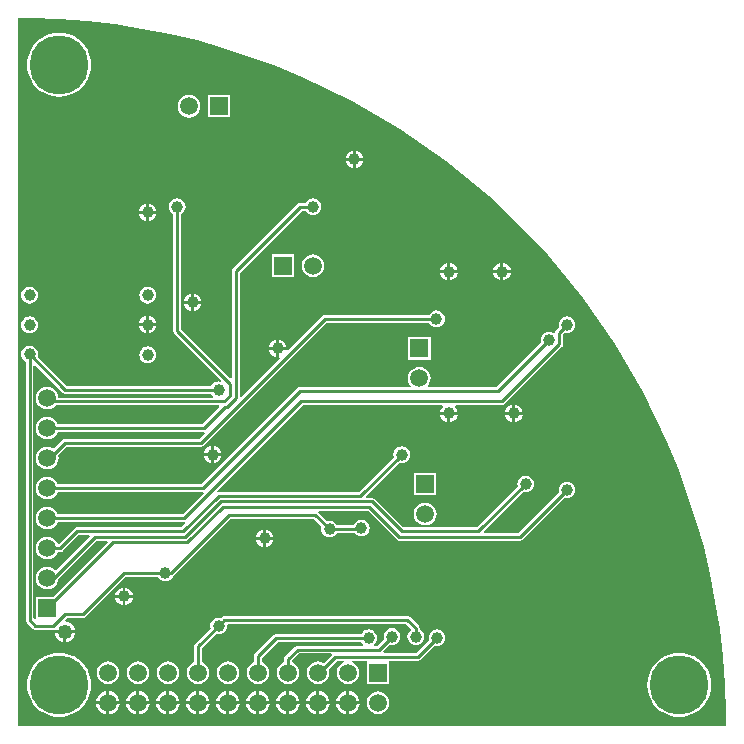
<source format=gbl>
G04 Layer_Physical_Order=2*
G04 Layer_Color=16711680*
%FSLAX25Y25*%
%MOIN*%
G70*
G01*
G75*
%ADD24C,0.00984*%
%ADD26C,0.05906*%
%ADD27R,0.05906X0.05906*%
%ADD28R,0.05906X0.05906*%
%ADD29C,0.03937*%
%ADD30C,0.04921*%
%ADD31C,0.19685*%
G36*
X13909Y235856D02*
X23158Y235128D01*
X32371Y234038D01*
X41535Y232587D01*
X50634Y230777D01*
X59655Y228611D01*
X68584Y226093D01*
X77408Y223226D01*
X86112Y220014D01*
X94683Y216464D01*
X103109Y212580D01*
X111375Y208368D01*
X119470Y203835D01*
X127380Y198987D01*
X135094Y193833D01*
X142600Y188380D01*
X149886Y182636D01*
X156940Y176611D01*
X163753Y170313D01*
X170313Y163753D01*
X176611Y156940D01*
X182636Y149886D01*
X188380Y142600D01*
X193833Y135094D01*
X198987Y127380D01*
X203835Y119470D01*
X208368Y111375D01*
X212580Y103109D01*
X216464Y94683D01*
X220014Y86112D01*
X223226Y77408D01*
X226093Y68584D01*
X228611Y59655D01*
X230777Y50634D01*
X232587Y41535D01*
X234038Y32371D01*
X235128Y23158D01*
X235856Y13909D01*
X236221Y4639D01*
X236220Y0D01*
X0D01*
Y236221D01*
X4639D01*
X13909Y235856D01*
D02*
G37*
%LPC*%
G36*
X80571Y11780D02*
Y8366D01*
X83985D01*
X83915Y8902D01*
X83518Y9860D01*
X82887Y10682D01*
X82064Y11313D01*
X81107Y11710D01*
X80571Y11780D01*
D02*
G37*
G36*
X60571D02*
Y8366D01*
X63985D01*
X63915Y8902D01*
X63518Y9860D01*
X62887Y10682D01*
X62064Y11313D01*
X61107Y11710D01*
X60571Y11780D01*
D02*
G37*
G36*
X30571D02*
Y8366D01*
X33985D01*
X33915Y8902D01*
X33518Y9860D01*
X32887Y10682D01*
X32064Y11313D01*
X31107Y11710D01*
X30571Y11780D01*
D02*
G37*
G36*
X110571D02*
Y8366D01*
X113985D01*
X113915Y8902D01*
X113518Y9860D01*
X112887Y10682D01*
X112064Y11313D01*
X111107Y11710D01*
X110571Y11780D01*
D02*
G37*
G36*
X70571D02*
Y8366D01*
X73985D01*
X73914Y8902D01*
X73518Y9860D01*
X72887Y10682D01*
X72064Y11313D01*
X71107Y11710D01*
X70571Y11780D01*
D02*
G37*
G36*
X100571D02*
Y8366D01*
X103985D01*
X103914Y8902D01*
X103518Y9860D01*
X102887Y10682D01*
X102064Y11313D01*
X101107Y11710D01*
X100571Y11780D01*
D02*
G37*
G36*
X90571D02*
Y8366D01*
X93985D01*
X93915Y8902D01*
X93518Y9860D01*
X92887Y10682D01*
X92064Y11313D01*
X91107Y11710D01*
X90571Y11780D01*
D02*
G37*
G36*
X69587D02*
X69051Y11710D01*
X68093Y11313D01*
X67271Y10682D01*
X66640Y9860D01*
X66243Y8902D01*
X66173Y8366D01*
X69587D01*
Y11780D01*
D02*
G37*
G36*
X29587D02*
X29051Y11710D01*
X28093Y11313D01*
X27271Y10682D01*
X26640Y9860D01*
X26243Y8902D01*
X26173Y8366D01*
X29587D01*
Y11780D01*
D02*
G37*
G36*
X99587D02*
X99051Y11710D01*
X98093Y11313D01*
X97271Y10682D01*
X96640Y9860D01*
X96243Y8902D01*
X96173Y8366D01*
X99587D01*
Y11780D01*
D02*
G37*
G36*
X50571D02*
Y8366D01*
X53985D01*
X53914Y8902D01*
X53518Y9860D01*
X52887Y10682D01*
X52064Y11313D01*
X51107Y11710D01*
X50571Y11780D01*
D02*
G37*
G36*
X40571D02*
Y8366D01*
X43985D01*
X43914Y8902D01*
X43518Y9860D01*
X42887Y10682D01*
X42064Y11313D01*
X41107Y11710D01*
X40571Y11780D01*
D02*
G37*
G36*
X109587D02*
X109051Y11710D01*
X108093Y11313D01*
X107271Y10682D01*
X106640Y9860D01*
X106243Y8902D01*
X106173Y8366D01*
X109587D01*
Y11780D01*
D02*
G37*
G36*
X38346Y42815D02*
X35925D01*
Y40394D01*
X36204Y40430D01*
X36922Y40728D01*
X37539Y41201D01*
X38012Y41818D01*
X38310Y42536D01*
X38346Y42815D01*
D02*
G37*
G36*
X34941D02*
X32520D01*
X32556Y42536D01*
X32854Y41818D01*
X33327Y41201D01*
X33944Y40728D01*
X34662Y40430D01*
X34941Y40394D01*
Y42815D01*
D02*
G37*
G36*
X129921Y36738D02*
X68884D01*
X68385Y36638D01*
X67961Y36356D01*
X67734Y36128D01*
X67649Y36163D01*
X66929Y36258D01*
X66210Y36163D01*
X65539Y35886D01*
X64964Y35444D01*
X64522Y34868D01*
X64244Y34198D01*
X64149Y33478D01*
X64244Y32759D01*
X64280Y32674D01*
X59156Y27551D01*
X58873Y27127D01*
X58774Y26628D01*
Y21382D01*
X58193Y21141D01*
X57411Y20541D01*
X56812Y19760D01*
X56435Y18850D01*
X56306Y17874D01*
X56435Y16898D01*
X56812Y15988D01*
X57411Y15206D01*
X58193Y14607D01*
X59102Y14230D01*
X60079Y14102D01*
X61055Y14230D01*
X61965Y14607D01*
X62746Y15206D01*
X63346Y15988D01*
X63723Y16898D01*
X63851Y17874D01*
X63723Y18850D01*
X63346Y19760D01*
X62746Y20541D01*
X61965Y21141D01*
X61383Y21382D01*
Y26088D01*
X66124Y30829D01*
X66210Y30793D01*
X66929Y30699D01*
X67649Y30793D01*
X68319Y31071D01*
X68895Y31513D01*
X69336Y32089D01*
X69614Y32759D01*
X69709Y33478D01*
X69673Y33753D01*
X70002Y34128D01*
X129381D01*
X130959Y32550D01*
X130926Y32052D01*
X130712Y31887D01*
X130270Y31311D01*
X129992Y30641D01*
X129897Y29921D01*
X129992Y29202D01*
X130270Y28531D01*
X130712Y27956D01*
X131287Y27514D01*
X131958Y27236D01*
X132677Y27142D01*
X133397Y27236D01*
X134067Y27514D01*
X134643Y27956D01*
X135084Y28531D01*
X135362Y29202D01*
X135457Y29921D01*
X135362Y30641D01*
X135084Y31311D01*
X134643Y31887D01*
X134067Y32329D01*
X133982Y32364D01*
Y32677D01*
X133882Y33176D01*
X133600Y33600D01*
X130844Y36356D01*
X130420Y36638D01*
X130338Y36655D01*
X129921Y36738D01*
D02*
G37*
G36*
X81791Y62106D02*
X79370D01*
X79407Y61828D01*
X79704Y61109D01*
X80177Y60492D01*
X80794Y60019D01*
X81513Y59722D01*
X81791Y59685D01*
Y62106D01*
D02*
G37*
G36*
X35925Y46220D02*
Y43799D01*
X38346D01*
X38310Y44078D01*
X38012Y44796D01*
X37539Y45413D01*
X36922Y45886D01*
X36204Y46184D01*
X35925Y46220D01*
D02*
G37*
G36*
X34941D02*
X34662Y46184D01*
X33944Y45886D01*
X33327Y45413D01*
X32854Y44796D01*
X32556Y44078D01*
X32520Y43799D01*
X34941D01*
Y46220D01*
D02*
G37*
G36*
X19158Y31004D02*
X16240D01*
Y28086D01*
X16647Y28140D01*
X17485Y28487D01*
X18205Y29039D01*
X18757Y29759D01*
X19104Y30597D01*
X19158Y31004D01*
D02*
G37*
G36*
X50079Y21646D02*
X49102Y21518D01*
X48193Y21141D01*
X47411Y20541D01*
X46812Y19760D01*
X46435Y18850D01*
X46306Y17874D01*
X46435Y16898D01*
X46812Y15988D01*
X47411Y15206D01*
X48193Y14607D01*
X49102Y14230D01*
X50079Y14102D01*
X51055Y14230D01*
X51965Y14607D01*
X52746Y15206D01*
X53346Y15988D01*
X53723Y16898D01*
X53851Y17874D01*
X53723Y18850D01*
X53346Y19760D01*
X52746Y20541D01*
X51965Y21141D01*
X51055Y21518D01*
X50079Y21646D01*
D02*
G37*
G36*
X40079D02*
X39102Y21518D01*
X38193Y21141D01*
X37411Y20541D01*
X36812Y19760D01*
X36435Y18850D01*
X36306Y17874D01*
X36435Y16898D01*
X36812Y15988D01*
X37411Y15206D01*
X38193Y14607D01*
X39102Y14230D01*
X40079Y14102D01*
X41055Y14230D01*
X41965Y14607D01*
X42746Y15206D01*
X43346Y15988D01*
X43723Y16898D01*
X43851Y17874D01*
X43723Y18850D01*
X43346Y19760D01*
X42746Y20541D01*
X41965Y21141D01*
X41055Y21518D01*
X40079Y21646D01*
D02*
G37*
G36*
X30079D02*
X29102Y21518D01*
X28193Y21141D01*
X27411Y20541D01*
X26812Y19760D01*
X26435Y18850D01*
X26306Y17874D01*
X26435Y16898D01*
X26812Y15988D01*
X27411Y15206D01*
X28193Y14607D01*
X29102Y14230D01*
X30079Y14102D01*
X31055Y14230D01*
X31965Y14607D01*
X32746Y15206D01*
X33346Y15988D01*
X33723Y16898D01*
X33851Y17874D01*
X33723Y18850D01*
X33346Y19760D01*
X32746Y20541D01*
X31965Y21141D01*
X31055Y21518D01*
X30079Y21646D01*
D02*
G37*
G36*
X15256Y31004D02*
X12338D01*
X12392Y30597D01*
X12739Y29759D01*
X13291Y29039D01*
X14011Y28487D01*
X14849Y28140D01*
X15256Y28086D01*
Y31004D01*
D02*
G37*
G36*
X124803Y32701D02*
X124084Y32606D01*
X123413Y32329D01*
X122838Y31887D01*
X122396Y31311D01*
X122118Y30641D01*
X122023Y29921D01*
X122118Y29202D01*
X122153Y29117D01*
X119932Y26895D01*
X118847D01*
X118677Y27395D01*
X118895Y27562D01*
X119336Y28138D01*
X119614Y28808D01*
X119709Y29528D01*
X119614Y30247D01*
X119336Y30917D01*
X118895Y31493D01*
X118319Y31935D01*
X117649Y32212D01*
X116929Y32307D01*
X116210Y32212D01*
X115539Y31935D01*
X114964Y31493D01*
X114522Y30917D01*
X114487Y30832D01*
X86221D01*
X85721Y30733D01*
X85298Y30450D01*
X79156Y24308D01*
X78873Y23885D01*
X78774Y23386D01*
Y21382D01*
X78193Y21141D01*
X77411Y20541D01*
X76812Y19760D01*
X76435Y18850D01*
X76306Y17874D01*
X76435Y16898D01*
X76812Y15988D01*
X77411Y15206D01*
X78193Y14607D01*
X79102Y14230D01*
X80079Y14102D01*
X81055Y14230D01*
X81965Y14607D01*
X82746Y15206D01*
X83346Y15988D01*
X83723Y16898D01*
X83851Y17874D01*
X83723Y18850D01*
X83346Y19760D01*
X82746Y20541D01*
X81965Y21141D01*
X81383Y21382D01*
Y22846D01*
X86761Y28223D01*
X114487D01*
X114522Y28138D01*
X114964Y27562D01*
X115181Y27395D01*
X115011Y26895D01*
X93307D01*
X92808Y26796D01*
X92385Y26513D01*
X89156Y23285D01*
X88873Y22862D01*
X88774Y22362D01*
Y21382D01*
X88193Y21141D01*
X87411Y20541D01*
X86812Y19760D01*
X86435Y18850D01*
X86306Y17874D01*
X86435Y16898D01*
X86812Y15988D01*
X87411Y15206D01*
X88193Y14607D01*
X89102Y14230D01*
X90079Y14102D01*
X91055Y14230D01*
X91965Y14607D01*
X92746Y15206D01*
X93346Y15988D01*
X93723Y16898D01*
X93851Y17874D01*
X93723Y18850D01*
X93346Y19760D01*
X92746Y20541D01*
X91965Y21141D01*
X91456Y21352D01*
X91405Y21844D01*
X93848Y24286D01*
X104411D01*
X104618Y23786D01*
X101970Y21137D01*
X101965Y21141D01*
X101055Y21518D01*
X100079Y21646D01*
X99102Y21518D01*
X98193Y21141D01*
X97411Y20541D01*
X96812Y19760D01*
X96435Y18850D01*
X96306Y17874D01*
X96435Y16898D01*
X96812Y15988D01*
X97411Y15206D01*
X98193Y14607D01*
X99102Y14230D01*
X100079Y14102D01*
X101055Y14230D01*
X101965Y14607D01*
X102746Y15206D01*
X103346Y15988D01*
X103723Y16898D01*
X103851Y17874D01*
X103723Y18850D01*
X103620Y19098D01*
X106446Y21924D01*
X108776D01*
X108875Y21424D01*
X108193Y21141D01*
X107411Y20541D01*
X106812Y19760D01*
X106435Y18850D01*
X106306Y17874D01*
X106435Y16898D01*
X106812Y15988D01*
X107411Y15206D01*
X108193Y14607D01*
X109102Y14230D01*
X110079Y14102D01*
X111055Y14230D01*
X111965Y14607D01*
X112746Y15206D01*
X113346Y15988D01*
X113723Y16898D01*
X113851Y17874D01*
X113723Y18850D01*
X113346Y19760D01*
X112746Y20541D01*
X111965Y21141D01*
X111282Y21424D01*
X111382Y21924D01*
X115967D01*
X116339Y21614D01*
X116339Y21424D01*
Y14134D01*
X123819D01*
Y21424D01*
X123819Y21614D01*
X124191Y21924D01*
X133465D01*
X133964Y22023D01*
X134387Y22306D01*
X138959Y26878D01*
X139044Y26843D01*
X139764Y26748D01*
X140483Y26843D01*
X141154Y27120D01*
X141729Y27562D01*
X142171Y28138D01*
X142449Y28808D01*
X142543Y29528D01*
X142449Y30247D01*
X142171Y30917D01*
X141729Y31493D01*
X141154Y31935D01*
X140483Y32212D01*
X139764Y32307D01*
X139044Y32212D01*
X138374Y31935D01*
X137798Y31493D01*
X137356Y30917D01*
X137079Y30247D01*
X136984Y29528D01*
X137079Y28808D01*
X137114Y28723D01*
X132924Y24533D01*
X121967D01*
X121760Y25033D01*
X123998Y27272D01*
X124084Y27236D01*
X124803Y27142D01*
X125523Y27236D01*
X126193Y27514D01*
X126769Y27956D01*
X127210Y28531D01*
X127488Y29202D01*
X127583Y29921D01*
X127488Y30641D01*
X127210Y31311D01*
X126769Y31887D01*
X126193Y32329D01*
X125523Y32606D01*
X124803Y32701D01*
D02*
G37*
G36*
X70079Y21646D02*
X69102Y21518D01*
X68193Y21141D01*
X67411Y20541D01*
X66812Y19760D01*
X66435Y18850D01*
X66306Y17874D01*
X66435Y16898D01*
X66812Y15988D01*
X67411Y15206D01*
X68193Y14607D01*
X69102Y14230D01*
X70079Y14102D01*
X71055Y14230D01*
X71965Y14607D01*
X72746Y15206D01*
X73346Y15988D01*
X73723Y16898D01*
X73851Y17874D01*
X73723Y18850D01*
X73346Y19760D01*
X72746Y20541D01*
X71965Y21141D01*
X71055Y21518D01*
X70079Y21646D01*
D02*
G37*
G36*
X99587Y7382D02*
X96173D01*
X96243Y6846D01*
X96640Y5889D01*
X97271Y5066D01*
X98093Y4435D01*
X99051Y4038D01*
X99587Y3968D01*
Y7382D01*
D02*
G37*
G36*
X89587D02*
X86173D01*
X86243Y6846D01*
X86640Y5889D01*
X87271Y5066D01*
X88093Y4435D01*
X89051Y4038D01*
X89587Y3968D01*
Y7382D01*
D02*
G37*
G36*
X79587D02*
X76173D01*
X76243Y6846D01*
X76640Y5889D01*
X77271Y5066D01*
X78093Y4435D01*
X79051Y4038D01*
X79587Y3968D01*
Y7382D01*
D02*
G37*
G36*
X43985D02*
X40571D01*
Y3968D01*
X41107Y4038D01*
X42064Y4435D01*
X42887Y5066D01*
X43518Y5889D01*
X43914Y6846D01*
X43985Y7382D01*
D02*
G37*
G36*
X33985D02*
X30571D01*
Y3968D01*
X31107Y4038D01*
X32064Y4435D01*
X32887Y5066D01*
X33518Y5889D01*
X33915Y6846D01*
X33985Y7382D01*
D02*
G37*
G36*
X109587D02*
X106173D01*
X106243Y6846D01*
X106640Y5889D01*
X107271Y5066D01*
X108093Y4435D01*
X109051Y4038D01*
X109587Y3968D01*
Y7382D01*
D02*
G37*
G36*
X69587D02*
X66173D01*
X66243Y6846D01*
X66640Y5889D01*
X67271Y5066D01*
X68093Y4435D01*
X69051Y4038D01*
X69587Y3968D01*
Y7382D01*
D02*
G37*
G36*
X29587D02*
X26173D01*
X26243Y6846D01*
X26640Y5889D01*
X27271Y5066D01*
X28093Y4435D01*
X29051Y4038D01*
X29587Y3968D01*
Y7382D01*
D02*
G37*
G36*
X220472Y24442D02*
X218804Y24311D01*
X217177Y23921D01*
X215632Y23280D01*
X214205Y22406D01*
X212933Y21319D01*
X211846Y20047D01*
X210972Y18620D01*
X210332Y17075D01*
X209941Y15448D01*
X209810Y13780D01*
X209941Y12112D01*
X210332Y10485D01*
X210972Y8939D01*
X211846Y7512D01*
X212933Y6240D01*
X214205Y5153D01*
X215632Y4279D01*
X217177Y3639D01*
X218804Y3248D01*
X220472Y3117D01*
X222140Y3248D01*
X223767Y3639D01*
X225313Y4279D01*
X226740Y5153D01*
X228012Y6240D01*
X229099Y7512D01*
X229973Y8939D01*
X230613Y10485D01*
X231004Y12112D01*
X231135Y13780D01*
X231004Y15448D01*
X230613Y17075D01*
X229973Y18620D01*
X229099Y20047D01*
X228012Y21319D01*
X226740Y22406D01*
X225313Y23280D01*
X223767Y23921D01*
X222140Y24311D01*
X220472Y24442D01*
D02*
G37*
G36*
X13780D02*
X12112Y24311D01*
X10485Y23921D01*
X8939Y23280D01*
X7512Y22406D01*
X6240Y21319D01*
X5153Y20047D01*
X4279Y18620D01*
X3639Y17075D01*
X3248Y15448D01*
X3117Y13780D01*
X3248Y12112D01*
X3639Y10485D01*
X4279Y8939D01*
X5153Y7512D01*
X6240Y6240D01*
X7512Y5153D01*
X8939Y4279D01*
X10485Y3639D01*
X12112Y3248D01*
X13780Y3117D01*
X15448Y3248D01*
X17075Y3639D01*
X18620Y4279D01*
X20047Y5153D01*
X21319Y6240D01*
X22406Y7512D01*
X23280Y8939D01*
X23921Y10485D01*
X24311Y12112D01*
X24442Y13780D01*
X24311Y15448D01*
X23921Y17075D01*
X23280Y18620D01*
X22406Y20047D01*
X21319Y21319D01*
X20047Y22406D01*
X18620Y23280D01*
X17075Y23921D01*
X15448Y24311D01*
X13780Y24442D01*
D02*
G37*
G36*
X59587Y7382D02*
X56173D01*
X56243Y6846D01*
X56640Y5889D01*
X57271Y5066D01*
X58093Y4435D01*
X59051Y4038D01*
X59587Y3968D01*
Y7382D01*
D02*
G37*
G36*
X49587D02*
X46173D01*
X46243Y6846D01*
X46640Y5889D01*
X47271Y5066D01*
X48093Y4435D01*
X49051Y4038D01*
X49587Y3968D01*
Y7382D01*
D02*
G37*
G36*
X39587D02*
X36173D01*
X36243Y6846D01*
X36640Y5889D01*
X37271Y5066D01*
X38093Y4435D01*
X39051Y4038D01*
X39587Y3968D01*
Y7382D01*
D02*
G37*
G36*
X89587Y11780D02*
X89051Y11710D01*
X88093Y11313D01*
X87271Y10682D01*
X86640Y9860D01*
X86243Y8902D01*
X86173Y8366D01*
X89587D01*
Y11780D01*
D02*
G37*
G36*
X49587D02*
X49051Y11710D01*
X48093Y11313D01*
X47271Y10682D01*
X46640Y9860D01*
X46243Y8902D01*
X46173Y8366D01*
X49587D01*
Y11780D01*
D02*
G37*
G36*
X120079Y11646D02*
X119102Y11518D01*
X118193Y11141D01*
X117411Y10542D01*
X116812Y9760D01*
X116435Y8850D01*
X116306Y7874D01*
X116435Y6898D01*
X116812Y5988D01*
X117411Y5206D01*
X118193Y4607D01*
X119102Y4230D01*
X120079Y4102D01*
X121055Y4230D01*
X121965Y4607D01*
X122746Y5206D01*
X123346Y5988D01*
X123723Y6898D01*
X123851Y7874D01*
X123723Y8850D01*
X123346Y9760D01*
X122746Y10542D01*
X121965Y11141D01*
X121055Y11518D01*
X120079Y11646D01*
D02*
G37*
G36*
X79587Y11780D02*
X79051Y11710D01*
X78093Y11313D01*
X77271Y10682D01*
X76640Y9860D01*
X76243Y8902D01*
X76173Y8366D01*
X79587D01*
Y11780D01*
D02*
G37*
G36*
X59587D02*
X59051Y11710D01*
X58093Y11313D01*
X57271Y10682D01*
X56640Y9860D01*
X56243Y8902D01*
X56173Y8366D01*
X59587D01*
Y11780D01*
D02*
G37*
G36*
X39587D02*
X39051Y11710D01*
X38093Y11313D01*
X37271Y10682D01*
X36640Y9860D01*
X36243Y8902D01*
X36173Y8366D01*
X39587D01*
Y11780D01*
D02*
G37*
G36*
X113985Y7382D02*
X110571D01*
Y3968D01*
X111107Y4038D01*
X112064Y4435D01*
X112887Y5066D01*
X113518Y5889D01*
X113915Y6846D01*
X113985Y7382D01*
D02*
G37*
G36*
X73985D02*
X70571D01*
Y3968D01*
X71107Y4038D01*
X72064Y4435D01*
X72887Y5066D01*
X73518Y5889D01*
X73914Y6846D01*
X73985Y7382D01*
D02*
G37*
G36*
X63985D02*
X60571D01*
Y3968D01*
X61107Y4038D01*
X62064Y4435D01*
X62887Y5066D01*
X63518Y5889D01*
X63915Y6846D01*
X63985Y7382D01*
D02*
G37*
G36*
X53985D02*
X50571D01*
Y3968D01*
X51107Y4038D01*
X52064Y4435D01*
X52887Y5066D01*
X53518Y5889D01*
X53914Y6846D01*
X53985Y7382D01*
D02*
G37*
G36*
X103985D02*
X100571D01*
Y3968D01*
X101107Y4038D01*
X102064Y4435D01*
X102887Y5066D01*
X103518Y5889D01*
X103914Y6846D01*
X103985Y7382D01*
D02*
G37*
G36*
X93985D02*
X90571D01*
Y3968D01*
X91107Y4038D01*
X92064Y4435D01*
X92887Y5066D01*
X93518Y5889D01*
X93915Y6846D01*
X93985Y7382D01*
D02*
G37*
G36*
X83985D02*
X80571D01*
Y3968D01*
X81107Y4038D01*
X82064Y4435D01*
X82887Y5066D01*
X83518Y5889D01*
X83915Y6846D01*
X83985Y7382D01*
D02*
G37*
G36*
X98425Y157316D02*
X97449Y157187D01*
X96539Y156810D01*
X95758Y156211D01*
X95158Y155429D01*
X94781Y154520D01*
X94653Y153543D01*
X94781Y152567D01*
X95158Y151657D01*
X95758Y150876D01*
X96539Y150276D01*
X97449Y149899D01*
X98425Y149771D01*
X99402Y149899D01*
X100311Y150276D01*
X101093Y150876D01*
X101692Y151657D01*
X102069Y152567D01*
X102198Y153543D01*
X102069Y154520D01*
X101692Y155429D01*
X101093Y156211D01*
X100311Y156810D01*
X99402Y157187D01*
X98425Y157316D01*
D02*
G37*
G36*
X164331Y151083D02*
X161909D01*
Y148661D01*
X162188Y148698D01*
X162906Y148996D01*
X163523Y149469D01*
X163997Y150086D01*
X164294Y150804D01*
X164331Y151083D01*
D02*
G37*
G36*
X160925D02*
X158504D01*
X158541Y150804D01*
X158838Y150086D01*
X159311Y149469D01*
X159928Y148996D01*
X160646Y148698D01*
X160925Y148661D01*
Y151083D01*
D02*
G37*
G36*
X144193Y154488D02*
Y152067D01*
X146614D01*
X146578Y152346D01*
X146280Y153064D01*
X145807Y153681D01*
X145190Y154154D01*
X144472Y154452D01*
X144193Y154488D01*
D02*
G37*
G36*
X143209D02*
X142930Y154452D01*
X142212Y154154D01*
X141595Y153681D01*
X141122Y153064D01*
X140824Y152346D01*
X140787Y152067D01*
X143209D01*
Y154488D01*
D02*
G37*
G36*
X92165Y157283D02*
X84685D01*
Y149803D01*
X92165D01*
Y157283D01*
D02*
G37*
G36*
X146614Y151083D02*
X144193D01*
Y148661D01*
X144472Y148698D01*
X145190Y148996D01*
X145807Y149469D01*
X146280Y150086D01*
X146578Y150804D01*
X146614Y151083D01*
D02*
G37*
G36*
X43307Y146481D02*
X42588Y146386D01*
X41917Y146108D01*
X41342Y145666D01*
X40900Y145091D01*
X40622Y144420D01*
X40527Y143701D01*
X40622Y142981D01*
X40900Y142311D01*
X41342Y141735D01*
X41917Y141294D01*
X42588Y141016D01*
X43307Y140921D01*
X44026Y141016D01*
X44697Y141294D01*
X45273Y141735D01*
X45714Y142311D01*
X45992Y142981D01*
X46087Y143701D01*
X45992Y144420D01*
X45714Y145091D01*
X45273Y145666D01*
X44697Y146108D01*
X44026Y146386D01*
X43307Y146481D01*
D02*
G37*
G36*
X3937D02*
X3218Y146386D01*
X2547Y146108D01*
X1971Y145666D01*
X1530Y145091D01*
X1252Y144420D01*
X1157Y143701D01*
X1252Y142981D01*
X1530Y142311D01*
X1971Y141735D01*
X2547Y141294D01*
X3218Y141016D01*
X3937Y140921D01*
X4656Y141016D01*
X5327Y141294D01*
X5903Y141735D01*
X6344Y142311D01*
X6622Y142981D01*
X6717Y143701D01*
X6622Y144420D01*
X6344Y145091D01*
X5903Y145666D01*
X5327Y146108D01*
X4656Y146386D01*
X3937Y146481D01*
D02*
G37*
G36*
X61181Y140847D02*
X58760D01*
Y138425D01*
X59039Y138462D01*
X59757Y138759D01*
X60374Y139233D01*
X60847Y139849D01*
X61145Y140568D01*
X61181Y140847D01*
D02*
G37*
G36*
X143209Y151083D02*
X140787D01*
X140824Y150804D01*
X141122Y150086D01*
X141595Y149469D01*
X142212Y148996D01*
X142930Y148698D01*
X143209Y148661D01*
Y151083D01*
D02*
G37*
G36*
X58760Y144252D02*
Y141831D01*
X61181D01*
X61145Y142109D01*
X60847Y142828D01*
X60374Y143445D01*
X59757Y143918D01*
X59039Y144215D01*
X58760Y144252D01*
D02*
G37*
G36*
X57776D02*
X57497Y144215D01*
X56779Y143918D01*
X56162Y143445D01*
X55689Y142828D01*
X55391Y142109D01*
X55354Y141831D01*
X57776D01*
Y144252D01*
D02*
G37*
G36*
X112697Y191890D02*
Y189469D01*
X115118D01*
X115082Y189747D01*
X114784Y190465D01*
X114311Y191082D01*
X113694Y191556D01*
X112976Y191853D01*
X112697Y191890D01*
D02*
G37*
G36*
X111713D02*
X111434Y191853D01*
X110716Y191556D01*
X110099Y191082D01*
X109625Y190465D01*
X109328Y189747D01*
X109291Y189469D01*
X111713D01*
Y191890D01*
D02*
G37*
G36*
X115118Y188484D02*
X112697D01*
Y186063D01*
X112976Y186100D01*
X113694Y186397D01*
X114311Y186871D01*
X114784Y187487D01*
X115082Y188206D01*
X115118Y188484D01*
D02*
G37*
G36*
X13780Y231135D02*
X12112Y231004D01*
X10485Y230613D01*
X8939Y229973D01*
X7512Y229099D01*
X6240Y228012D01*
X5153Y226740D01*
X4279Y225313D01*
X3639Y223767D01*
X3248Y222140D01*
X3117Y220472D01*
X3248Y218804D01*
X3639Y217177D01*
X4279Y215632D01*
X5153Y214205D01*
X6240Y212933D01*
X7512Y211846D01*
X8939Y210972D01*
X10485Y210332D01*
X12112Y209941D01*
X13780Y209810D01*
X15448Y209941D01*
X17075Y210332D01*
X18620Y210972D01*
X20047Y211846D01*
X21319Y212933D01*
X22406Y214205D01*
X23280Y215632D01*
X23921Y217177D01*
X24311Y218804D01*
X24442Y220472D01*
X24311Y222140D01*
X23921Y223767D01*
X23280Y225313D01*
X22406Y226740D01*
X21319Y228012D01*
X20047Y229099D01*
X18620Y229973D01*
X17075Y230613D01*
X15448Y231004D01*
X13780Y231135D01*
D02*
G37*
G36*
X70827Y210433D02*
X63346D01*
Y202953D01*
X70827D01*
Y210433D01*
D02*
G37*
G36*
X57087Y210465D02*
X56110Y210337D01*
X55200Y209960D01*
X54419Y209360D01*
X53820Y208579D01*
X53443Y207669D01*
X53314Y206693D01*
X53443Y205717D01*
X53820Y204807D01*
X54419Y204025D01*
X55200Y203426D01*
X56110Y203049D01*
X57087Y202921D01*
X58063Y203049D01*
X58973Y203426D01*
X59754Y204025D01*
X60354Y204807D01*
X60730Y205717D01*
X60859Y206693D01*
X60730Y207669D01*
X60354Y208579D01*
X59754Y209360D01*
X58973Y209960D01*
X58063Y210337D01*
X57087Y210465D01*
D02*
G37*
G36*
X111713Y188484D02*
X109291D01*
X109328Y188206D01*
X109625Y187487D01*
X110099Y186871D01*
X110716Y186397D01*
X111434Y186100D01*
X111713Y186063D01*
Y188484D01*
D02*
G37*
G36*
X42815Y170768D02*
X40394D01*
X40430Y170489D01*
X40728Y169771D01*
X41201Y169154D01*
X41818Y168681D01*
X42536Y168383D01*
X42815Y168346D01*
Y170768D01*
D02*
G37*
G36*
X161909Y154488D02*
Y152067D01*
X164331D01*
X164294Y152346D01*
X163997Y153064D01*
X163523Y153681D01*
X162906Y154154D01*
X162188Y154452D01*
X161909Y154488D01*
D02*
G37*
G36*
X160925D02*
X160646Y154452D01*
X159928Y154154D01*
X159311Y153681D01*
X158838Y153064D01*
X158541Y152346D01*
X158504Y152067D01*
X160925D01*
Y154488D01*
D02*
G37*
G36*
X43799Y174173D02*
Y171752D01*
X46220D01*
X46184Y172031D01*
X45886Y172749D01*
X45413Y173366D01*
X44796Y173839D01*
X44078Y174137D01*
X43799Y174173D01*
D02*
G37*
G36*
X42815D02*
X42536Y174137D01*
X41818Y173839D01*
X41201Y173366D01*
X40728Y172749D01*
X40430Y172031D01*
X40394Y171752D01*
X42815D01*
Y174173D01*
D02*
G37*
G36*
X46220Y170768D02*
X43799D01*
Y168346D01*
X44078Y168383D01*
X44796Y168681D01*
X45413Y169154D01*
X45886Y169771D01*
X46184Y170489D01*
X46220Y170768D01*
D02*
G37*
G36*
X57776Y140847D02*
X55354D01*
X55391Y140568D01*
X55689Y139849D01*
X56162Y139233D01*
X56779Y138759D01*
X57497Y138462D01*
X57776Y138425D01*
Y140847D01*
D02*
G37*
G36*
X143209Y103839D02*
X140787D01*
X140824Y103560D01*
X141122Y102842D01*
X141595Y102225D01*
X142212Y101751D01*
X142930Y101454D01*
X143209Y101417D01*
Y103839D01*
D02*
G37*
G36*
X65453Y93465D02*
Y91043D01*
X67874D01*
X67837Y91322D01*
X67540Y92040D01*
X67067Y92657D01*
X66450Y93130D01*
X65731Y93428D01*
X65453Y93465D01*
D02*
G37*
G36*
X64468D02*
X64190Y93428D01*
X63472Y93130D01*
X62855Y92657D01*
X62381Y92040D01*
X62084Y91322D01*
X62047Y91043D01*
X64468D01*
Y93465D01*
D02*
G37*
G36*
X168268Y103839D02*
X165847D01*
Y101417D01*
X166125Y101454D01*
X166843Y101751D01*
X167460Y102225D01*
X167933Y102842D01*
X168231Y103560D01*
X168268Y103839D01*
D02*
G37*
G36*
X164862D02*
X162441D01*
X162478Y103560D01*
X162775Y102842D01*
X163248Y102225D01*
X163865Y101751D01*
X164584Y101454D01*
X164862Y101417D01*
Y103839D01*
D02*
G37*
G36*
X146614D02*
X144193D01*
Y101417D01*
X144472Y101454D01*
X145190Y101751D01*
X145807Y102225D01*
X146280Y102842D01*
X146578Y103560D01*
X146614Y103839D01*
D02*
G37*
G36*
X67874Y90059D02*
X65453D01*
Y87638D01*
X65731Y87674D01*
X66450Y87972D01*
X67067Y88445D01*
X67540Y89062D01*
X67837Y89780D01*
X67874Y90059D01*
D02*
G37*
G36*
X82776Y65512D02*
Y63090D01*
X85197D01*
X85160Y63369D01*
X84863Y64087D01*
X84389Y64704D01*
X83773Y65178D01*
X83054Y65475D01*
X82776Y65512D01*
D02*
G37*
G36*
X81791D02*
X81513Y65475D01*
X80794Y65178D01*
X80177Y64704D01*
X79704Y64087D01*
X79407Y63369D01*
X79370Y63090D01*
X81791D01*
Y65512D01*
D02*
G37*
G36*
X85197Y62106D02*
X82776D01*
Y59685D01*
X83054Y59722D01*
X83773Y60019D01*
X84389Y60492D01*
X84863Y61109D01*
X85160Y61828D01*
X85197Y62106D01*
D02*
G37*
G36*
X64468Y90059D02*
X62047D01*
X62084Y89780D01*
X62381Y89062D01*
X62855Y88445D01*
X63472Y87972D01*
X64190Y87674D01*
X64468Y87638D01*
Y90059D01*
D02*
G37*
G36*
X139567Y84449D02*
X132087D01*
Y76968D01*
X139567D01*
Y84449D01*
D02*
G37*
G36*
X135827Y74481D02*
X134850Y74353D01*
X133941Y73976D01*
X133159Y73376D01*
X132560Y72595D01*
X132183Y71685D01*
X132054Y70709D01*
X132183Y69732D01*
X132560Y68822D01*
X133159Y68041D01*
X133941Y67442D01*
X134850Y67065D01*
X135827Y66936D01*
X136803Y67065D01*
X137713Y67442D01*
X138494Y68041D01*
X139094Y68822D01*
X139471Y69732D01*
X139599Y70709D01*
X139471Y71685D01*
X139094Y72595D01*
X138494Y73376D01*
X137713Y73976D01*
X136803Y74353D01*
X135827Y74481D01*
D02*
G37*
G36*
X46220Y133366D02*
X43799D01*
Y130945D01*
X44078Y130982D01*
X44796Y131279D01*
X45413Y131752D01*
X45886Y132369D01*
X46184Y133087D01*
X46220Y133366D01*
D02*
G37*
G36*
X42815D02*
X40394D01*
X40430Y133087D01*
X40728Y132369D01*
X41201Y131752D01*
X41818Y131279D01*
X42536Y130982D01*
X42815Y130945D01*
Y133366D01*
D02*
G37*
G36*
X87106Y128898D02*
Y126476D01*
X89528D01*
X89491Y126755D01*
X89193Y127473D01*
X88720Y128090D01*
X88103Y128563D01*
X87385Y128861D01*
X87106Y128898D01*
D02*
G37*
G36*
X43799Y136772D02*
Y134350D01*
X46220D01*
X46184Y134629D01*
X45886Y135347D01*
X45413Y135964D01*
X44796Y136437D01*
X44078Y136735D01*
X43799Y136772D01*
D02*
G37*
G36*
X42815D02*
X42536Y136735D01*
X41818Y136437D01*
X41201Y135964D01*
X40728Y135347D01*
X40430Y134629D01*
X40394Y134350D01*
X42815D01*
Y136772D01*
D02*
G37*
G36*
X3937Y136638D02*
X3218Y136543D01*
X2547Y136266D01*
X1971Y135824D01*
X1530Y135248D01*
X1252Y134578D01*
X1157Y133858D01*
X1252Y133139D01*
X1530Y132468D01*
X1971Y131893D01*
X2547Y131451D01*
X3218Y131173D01*
X3937Y131079D01*
X4656Y131173D01*
X5327Y131451D01*
X5903Y131893D01*
X6344Y132468D01*
X6622Y133139D01*
X6717Y133858D01*
X6622Y134578D01*
X6344Y135248D01*
X5903Y135824D01*
X5327Y136266D01*
X4656Y136543D01*
X3937Y136638D01*
D02*
G37*
G36*
X86122Y128898D02*
X85843Y128861D01*
X85125Y128563D01*
X84508Y128090D01*
X84035Y127473D01*
X83737Y126755D01*
X83701Y126476D01*
X86122D01*
Y128898D01*
D02*
G37*
G36*
X98425Y176008D02*
X97706Y175913D01*
X97035Y175636D01*
X96460Y175194D01*
X96018Y174618D01*
X95983Y174533D01*
X94094D01*
X93595Y174434D01*
X93172Y174151D01*
X71715Y152694D01*
X71433Y152271D01*
X71333Y151772D01*
Y116204D01*
X70871Y116013D01*
X54454Y132430D01*
Y170786D01*
X54539Y170821D01*
X55115Y171263D01*
X55557Y171838D01*
X55835Y172509D01*
X55929Y173228D01*
X55835Y173948D01*
X55557Y174618D01*
X55115Y175194D01*
X54539Y175636D01*
X53869Y175913D01*
X53150Y176008D01*
X52430Y175913D01*
X51760Y175636D01*
X51184Y175194D01*
X50742Y174618D01*
X50465Y173948D01*
X50370Y173228D01*
X50465Y172509D01*
X50742Y171838D01*
X51184Y171263D01*
X51760Y170821D01*
X51845Y170786D01*
Y131890D01*
X51944Y131391D01*
X52227Y130967D01*
X67845Y115350D01*
X67700Y115010D01*
X67590Y114897D01*
X66929Y114984D01*
X66210Y114890D01*
X65539Y114612D01*
X64964Y114170D01*
X64522Y113595D01*
X64486Y113509D01*
X16288D01*
X6587Y123211D01*
X6622Y123296D01*
X6717Y124016D01*
X6622Y124735D01*
X6344Y125406D01*
X5903Y125981D01*
X5327Y126423D01*
X4656Y126701D01*
X3937Y126795D01*
X3218Y126701D01*
X2547Y126423D01*
X1971Y125981D01*
X1530Y125406D01*
X1252Y124735D01*
X1157Y124016D01*
X1252Y123296D01*
X1530Y122626D01*
X1971Y122050D01*
X2547Y121608D01*
X2632Y121573D01*
Y35433D01*
X2732Y34934D01*
X3015Y34511D01*
X4983Y32542D01*
X5406Y32259D01*
X5906Y32160D01*
X11811D01*
X11858Y32169D01*
X12051Y31988D01*
X19158D01*
X19104Y32395D01*
X18757Y33233D01*
X18205Y33953D01*
X17485Y34505D01*
X16647Y34852D01*
X15855Y34957D01*
X15601Y35410D01*
X16288Y36097D01*
X21654D01*
X22153Y36196D01*
X22576Y36479D01*
X35974Y49876D01*
X46770D01*
X46805Y49791D01*
X47247Y49216D01*
X47823Y48774D01*
X48493Y48496D01*
X49213Y48401D01*
X49932Y48496D01*
X50602Y48774D01*
X51178Y49216D01*
X51620Y49791D01*
X51702Y49991D01*
X52104Y50259D01*
X71013Y69168D01*
X98672D01*
X101287Y66553D01*
X101252Y66467D01*
X101157Y65748D01*
X101252Y65029D01*
X101530Y64358D01*
X101971Y63783D01*
X102547Y63341D01*
X103218Y63063D01*
X103937Y62968D01*
X104656Y63063D01*
X105327Y63341D01*
X105903Y63783D01*
X106344Y64358D01*
X106380Y64443D01*
X112396D01*
X112601Y64176D01*
X113177Y63735D01*
X113847Y63457D01*
X114567Y63362D01*
X115286Y63457D01*
X115957Y63735D01*
X116533Y64176D01*
X116974Y64752D01*
X117252Y65422D01*
X117347Y66142D01*
X117252Y66861D01*
X116974Y67532D01*
X116533Y68107D01*
X115957Y68549D01*
X115286Y68827D01*
X114567Y68921D01*
X113847Y68827D01*
X113177Y68549D01*
X112601Y68107D01*
X112160Y67532D01*
X111961Y67053D01*
X106380D01*
X106344Y67138D01*
X105903Y67714D01*
X105327Y68155D01*
X104656Y68433D01*
X103937Y68528D01*
X103218Y68433D01*
X103132Y68398D01*
X100165Y71365D01*
X100176Y71493D01*
X100332Y71865D01*
X116698D01*
X126296Y62266D01*
X126720Y61984D01*
X127219Y61884D01*
X167520D01*
X168019Y61984D01*
X168442Y62266D01*
X182266Y76091D01*
X182351Y76055D01*
X183071Y75960D01*
X183790Y76055D01*
X184461Y76333D01*
X185036Y76775D01*
X185478Y77350D01*
X185756Y78021D01*
X185851Y78740D01*
X185756Y79460D01*
X185478Y80130D01*
X185036Y80706D01*
X184461Y81147D01*
X183790Y81425D01*
X183071Y81520D01*
X182351Y81425D01*
X181681Y81147D01*
X181105Y80706D01*
X180664Y80130D01*
X180386Y79460D01*
X180291Y78740D01*
X180386Y78021D01*
X180421Y77935D01*
X166979Y64494D01*
X155575D01*
X155383Y64956D01*
X168487Y78059D01*
X168572Y78024D01*
X169291Y77929D01*
X170011Y78024D01*
X170681Y78301D01*
X171257Y78743D01*
X171699Y79319D01*
X171976Y79989D01*
X172071Y80709D01*
X171976Y81428D01*
X171699Y82099D01*
X171257Y82674D01*
X170681Y83116D01*
X170011Y83394D01*
X169291Y83488D01*
X168572Y83394D01*
X167902Y83116D01*
X167326Y82674D01*
X166884Y82099D01*
X166606Y81428D01*
X166512Y80709D01*
X166606Y79989D01*
X166642Y79904D01*
X153003Y66265D01*
X128493D01*
X118895Y75863D01*
X118472Y76146D01*
X117972Y76246D01*
X116145D01*
X115954Y76708D01*
X127148Y87902D01*
X127233Y87866D01*
X127953Y87771D01*
X128672Y87866D01*
X129343Y88144D01*
X129918Y88586D01*
X130360Y89161D01*
X130638Y89832D01*
X130732Y90551D01*
X130638Y91271D01*
X130360Y91941D01*
X129918Y92517D01*
X129343Y92958D01*
X128672Y93236D01*
X127953Y93331D01*
X127233Y93236D01*
X126563Y92958D01*
X125987Y92517D01*
X125546Y91941D01*
X125268Y91271D01*
X125173Y90551D01*
X125268Y89832D01*
X125303Y89746D01*
X113633Y78076D01*
X66929D01*
X66829Y78056D01*
X66583Y78517D01*
X95029Y106963D01*
X141460D01*
X141629Y106463D01*
X141595Y106437D01*
X141122Y105820D01*
X140824Y105102D01*
X140787Y104823D01*
X146614D01*
X146578Y105102D01*
X146280Y105820D01*
X145807Y106437D01*
X145772Y106463D01*
X145942Y106963D01*
X161286D01*
X161786Y107062D01*
X162209Y107345D01*
X181336Y126472D01*
X181619Y126895D01*
X181718Y127395D01*
Y130660D01*
X182266Y131209D01*
X182351Y131173D01*
X183071Y131079D01*
X183790Y131173D01*
X184461Y131451D01*
X185036Y131893D01*
X185478Y132468D01*
X185756Y133139D01*
X185851Y133858D01*
X185756Y134578D01*
X185478Y135248D01*
X185036Y135824D01*
X184461Y136266D01*
X183790Y136543D01*
X183071Y136638D01*
X182351Y136543D01*
X181681Y136266D01*
X181105Y135824D01*
X180664Y135248D01*
X180386Y134578D01*
X180291Y133858D01*
X180386Y133139D01*
X180421Y133054D01*
X179491Y132123D01*
X179208Y131700D01*
X179135Y131333D01*
X178665Y131063D01*
X178555Y131147D01*
X177885Y131425D01*
X177165Y131520D01*
X176446Y131425D01*
X175776Y131147D01*
X175200Y130706D01*
X174758Y130130D01*
X174480Y129460D01*
X174386Y128740D01*
X174480Y128021D01*
X174516Y127936D01*
X159637Y113057D01*
X136956D01*
X136710Y113557D01*
X137125Y114098D01*
X137502Y115008D01*
X137631Y115984D01*
X137502Y116961D01*
X137125Y117870D01*
X136526Y118652D01*
X135745Y119251D01*
X134835Y119628D01*
X133858Y119757D01*
X132882Y119628D01*
X131972Y119251D01*
X131191Y118652D01*
X130591Y117870D01*
X130214Y116961D01*
X130086Y115984D01*
X130214Y115008D01*
X130591Y114098D01*
X131007Y113557D01*
X130760Y113057D01*
X94035D01*
X93536Y112957D01*
X93113Y112674D01*
X61113Y80675D01*
X13351D01*
X13110Y81256D01*
X12510Y82038D01*
X11729Y82637D01*
X10819Y83014D01*
X9843Y83143D01*
X8866Y83014D01*
X7956Y82637D01*
X7175Y82038D01*
X6576Y81256D01*
X6199Y80347D01*
X6070Y79370D01*
X6199Y78394D01*
X6576Y77484D01*
X7175Y76703D01*
X7956Y76103D01*
X8866Y75726D01*
X9843Y75598D01*
X10819Y75726D01*
X11729Y76103D01*
X12510Y76703D01*
X13110Y77484D01*
X13351Y78066D01*
X61654D01*
X61754Y78085D01*
X62000Y77625D01*
X55050Y70675D01*
X13351D01*
X13110Y71256D01*
X12510Y72038D01*
X11729Y72637D01*
X10819Y73014D01*
X9843Y73142D01*
X8866Y73014D01*
X7956Y72637D01*
X7175Y72038D01*
X6576Y71256D01*
X6199Y70346D01*
X6070Y69370D01*
X6199Y68394D01*
X6576Y67484D01*
X7175Y66703D01*
X7956Y66103D01*
X8866Y65726D01*
X9843Y65598D01*
X10819Y65726D01*
X11729Y66103D01*
X12510Y66703D01*
X13110Y67484D01*
X13351Y68066D01*
X55590D01*
X55691Y68085D01*
X55937Y67625D01*
X54578Y66265D01*
X19685D01*
X19186Y66166D01*
X18763Y65883D01*
X13793Y60913D01*
X13203Y61031D01*
X13110Y61256D01*
X12510Y62038D01*
X11729Y62637D01*
X10819Y63014D01*
X9843Y63143D01*
X8866Y63014D01*
X7956Y62637D01*
X7175Y62038D01*
X6576Y61256D01*
X6199Y60347D01*
X6070Y59370D01*
X6199Y58394D01*
X6576Y57484D01*
X7175Y56703D01*
X7956Y56103D01*
X8866Y55726D01*
X9843Y55598D01*
X10819Y55726D01*
X11729Y56103D01*
X12510Y56703D01*
X13110Y57484D01*
X13351Y58065D01*
X14095D01*
X14594Y58165D01*
X15017Y58448D01*
X20225Y63656D01*
X23756D01*
X23948Y63194D01*
X12774Y52020D01*
X12510Y52038D01*
X11729Y52637D01*
X10819Y53014D01*
X9843Y53142D01*
X8866Y53014D01*
X7956Y52637D01*
X7175Y52038D01*
X6576Y51256D01*
X6199Y50346D01*
X6070Y49370D01*
X6199Y48394D01*
X6576Y47484D01*
X7175Y46703D01*
X7956Y46103D01*
X8866Y45726D01*
X9843Y45598D01*
X10819Y45726D01*
X11729Y46103D01*
X12510Y46703D01*
X13110Y47484D01*
X13486Y48394D01*
X13585Y49141D01*
X26328Y61884D01*
X29859D01*
X30050Y61422D01*
X11738Y43110D01*
X6102D01*
Y36086D01*
X6102Y35820D01*
X5615Y35601D01*
X5242Y35973D01*
Y120213D01*
X5703Y120404D01*
X14826Y111282D01*
X15249Y110999D01*
X15748Y110900D01*
X64486D01*
X64522Y110815D01*
X64964Y110239D01*
X65181Y110072D01*
X65011Y109572D01*
X13588D01*
X13486Y110346D01*
X13110Y111256D01*
X12510Y112038D01*
X11729Y112637D01*
X10819Y113014D01*
X9843Y113143D01*
X8866Y113014D01*
X7956Y112637D01*
X7175Y112038D01*
X6576Y111256D01*
X6199Y110346D01*
X6070Y109370D01*
X6199Y108394D01*
X6576Y107484D01*
X7175Y106703D01*
X7956Y106103D01*
X8866Y105726D01*
X9843Y105598D01*
X10819Y105726D01*
X11729Y106103D01*
X12510Y106703D01*
X12710Y106963D01*
X67063D01*
X67255Y106501D01*
X61428Y100675D01*
X13351D01*
X13110Y101256D01*
X12510Y102038D01*
X11729Y102637D01*
X10819Y103014D01*
X9843Y103142D01*
X8866Y103014D01*
X7956Y102637D01*
X7175Y102038D01*
X6576Y101256D01*
X6199Y100347D01*
X6070Y99370D01*
X6199Y98394D01*
X6576Y97484D01*
X7175Y96703D01*
X7956Y96103D01*
X8866Y95726D01*
X9843Y95598D01*
X10819Y95726D01*
X11729Y96103D01*
X12510Y96703D01*
X13110Y97484D01*
X13351Y98066D01*
X61968D01*
X62069Y98085D01*
X62315Y97625D01*
X60483Y95793D01*
X15748D01*
X15249Y95693D01*
X14826Y95411D01*
X11912Y92497D01*
X11729Y92637D01*
X10819Y93014D01*
X9843Y93142D01*
X8866Y93014D01*
X7956Y92637D01*
X7175Y92038D01*
X6576Y91256D01*
X6199Y90346D01*
X6070Y89370D01*
X6199Y88394D01*
X6576Y87484D01*
X7175Y86703D01*
X7956Y86103D01*
X8866Y85726D01*
X9843Y85598D01*
X10819Y85726D01*
X11729Y86103D01*
X12510Y86703D01*
X13110Y87484D01*
X13486Y88394D01*
X13615Y89370D01*
X13486Y90346D01*
X13476Y90371D01*
X16288Y93184D01*
X61024D01*
X61523Y93283D01*
X61946Y93566D01*
X102903Y134522D01*
X137134D01*
X137170Y134437D01*
X137611Y133861D01*
X138187Y133419D01*
X138857Y133142D01*
X139577Y133047D01*
X140296Y133142D01*
X140967Y133419D01*
X141542Y133861D01*
X141984Y134437D01*
X142262Y135107D01*
X142357Y135827D01*
X142262Y136546D01*
X141984Y137216D01*
X141542Y137792D01*
X140967Y138234D01*
X140296Y138511D01*
X139577Y138606D01*
X138857Y138511D01*
X138187Y138234D01*
X137611Y137792D01*
X137170Y137216D01*
X137135Y137131D01*
X102362D01*
X101863Y137032D01*
X101440Y136749D01*
X90009Y125319D01*
X89657Y125492D01*
X87106D01*
Y122941D01*
X87280Y122589D01*
X74442Y109752D01*
X73942Y109959D01*
Y151231D01*
X94635Y171924D01*
X95983D01*
X96018Y171838D01*
X96460Y171263D01*
X97035Y170821D01*
X97706Y170543D01*
X98425Y170449D01*
X99145Y170543D01*
X99815Y170821D01*
X100391Y171263D01*
X100832Y171838D01*
X101110Y172509D01*
X101205Y173228D01*
X101110Y173948D01*
X100832Y174618D01*
X100391Y175194D01*
X99815Y175636D01*
X99145Y175913D01*
X98425Y176008D01*
D02*
G37*
G36*
X165847Y107244D02*
Y104823D01*
X168268D01*
X168231Y105102D01*
X167933Y105820D01*
X167460Y106437D01*
X166843Y106910D01*
X166125Y107208D01*
X165847Y107244D01*
D02*
G37*
G36*
X164862D02*
X164584Y107208D01*
X163865Y106910D01*
X163248Y106437D01*
X162775Y105820D01*
X162478Y105102D01*
X162441Y104823D01*
X164862D01*
Y107244D01*
D02*
G37*
G36*
X86122Y125492D02*
X83701D01*
X83737Y125213D01*
X84035Y124495D01*
X84508Y123878D01*
X85125Y123405D01*
X85843Y123108D01*
X86122Y123071D01*
Y125492D01*
D02*
G37*
G36*
X137598Y129724D02*
X130118D01*
Y122244D01*
X137598D01*
Y129724D01*
D02*
G37*
G36*
X43307Y126638D02*
X42588Y126543D01*
X41917Y126266D01*
X41342Y125824D01*
X40900Y125248D01*
X40622Y124578D01*
X40527Y123858D01*
X40622Y123139D01*
X40900Y122468D01*
X41342Y121893D01*
X41917Y121451D01*
X42588Y121173D01*
X43307Y121079D01*
X44026Y121173D01*
X44697Y121451D01*
X45273Y121893D01*
X45714Y122468D01*
X45992Y123139D01*
X46087Y123858D01*
X45992Y124578D01*
X45714Y125248D01*
X45273Y125824D01*
X44697Y126266D01*
X44026Y126543D01*
X43307Y126638D01*
D02*
G37*
%LPD*%
D24*
X129921Y35433D02*
X132677Y32677D01*
X68884Y35433D02*
X129921D01*
X66929Y33478D02*
X68884Y35433D01*
X132677Y29921D02*
Y32677D01*
X133465Y23228D02*
X139764Y29528D01*
X105905Y23228D02*
X133465D01*
X100551Y17874D02*
X105905Y23228D01*
X100079Y17874D02*
X100551D01*
X120472Y25591D02*
X124803Y29921D01*
X93307Y25591D02*
X120472D01*
X90079Y22362D02*
X93307Y25591D01*
X90079Y17874D02*
Y22362D01*
X86221Y29528D02*
X116929D01*
X80079Y23386D02*
X86221Y29528D01*
X80079Y17874D02*
Y23386D01*
X60079Y26628D02*
X66929Y33478D01*
X60079Y17874D02*
Y26628D01*
X99213Y70472D02*
X103937Y65748D01*
X70472Y70472D02*
X99213D01*
X51181Y51181D02*
X70472Y70472D01*
X49213Y51181D02*
X51181D01*
X114173Y65748D02*
X114567Y66142D01*
X103937Y65748D02*
X114173D01*
X167520Y63189D02*
X183071Y78740D01*
X127219Y63189D02*
X167520D01*
X117239Y73169D02*
X127219Y63189D01*
X68338Y73169D02*
X117239D01*
X56586Y61417D02*
X68338Y73169D01*
X31890Y61417D02*
X56586D01*
X9843Y39370D02*
X31890Y61417D01*
X127953Y64961D02*
X153543D01*
X117972Y74941D02*
X127953Y64961D01*
X67604Y74941D02*
X117972D01*
X153543Y64961D02*
X169291Y80709D01*
X55852Y63189D02*
X67604Y74941D01*
X25787Y63189D02*
X55852D01*
X11969Y49370D02*
X25787Y63189D01*
X114173Y76772D02*
X127953Y90551D01*
X66929Y76772D02*
X114173D01*
X55118Y64961D02*
X66929Y76772D01*
X15748Y112205D02*
X66929D01*
X120079Y17874D02*
Y19685D01*
X3937Y124016D02*
X15748Y112205D01*
X53150Y131890D02*
Y173228D01*
Y131890D02*
X70866Y114173D01*
Y110236D02*
Y114173D01*
X3937Y35433D02*
Y124016D01*
X21654Y37402D02*
X35433Y51181D01*
X49213D01*
X3937Y35433D02*
X5906Y33465D01*
X11811D01*
X15748Y37402D01*
X21654D01*
X68898Y108268D02*
X70866Y110236D01*
X10945Y108268D02*
X68898D01*
X9843Y109370D02*
X10945Y108268D01*
X72638Y109502D02*
Y151772D01*
X69631Y106496D02*
X72638Y109502D01*
X69095Y106496D02*
X69631D01*
X61968Y99370D02*
X69095Y106496D01*
X9843Y99370D02*
X61968D01*
X61024Y94488D02*
X102362Y135827D01*
X15748Y94488D02*
X61024D01*
X10630Y89370D02*
X15748Y94488D01*
X9843Y89370D02*
X10630D01*
X72638Y151772D02*
X94094Y173228D01*
X98425D01*
X102362Y135827D02*
X139577D01*
X139577Y135827D01*
X160177Y111752D02*
X177165Y128740D01*
X94035Y111752D02*
X160177D01*
X61654Y79370D02*
X94035Y111752D01*
X9843Y79370D02*
X61654D01*
X180413Y131201D02*
X183071Y133858D01*
X180413Y127395D02*
Y131201D01*
X161286Y108268D02*
X180413Y127395D01*
X94488Y108268D02*
X161286D01*
X55590Y69370D02*
X94488Y108268D01*
X9843Y69370D02*
X55590D01*
X19685Y64961D02*
X55118D01*
X14095Y59370D02*
X19685Y64961D01*
X9843Y59370D02*
X14095D01*
X9843Y49370D02*
X11969D01*
D26*
X9843Y109370D02*
D03*
Y99370D02*
D03*
Y89370D02*
D03*
Y79370D02*
D03*
Y69370D02*
D03*
Y59370D02*
D03*
Y49370D02*
D03*
X57087Y206693D02*
D03*
X98425Y153543D02*
D03*
X30079Y7874D02*
D03*
Y17874D02*
D03*
X40079Y7874D02*
D03*
Y17874D02*
D03*
X50079Y7874D02*
D03*
Y17874D02*
D03*
X60079Y7874D02*
D03*
Y17874D02*
D03*
X70079Y7874D02*
D03*
Y17874D02*
D03*
X80079Y7874D02*
D03*
Y17874D02*
D03*
X90079Y7874D02*
D03*
Y17874D02*
D03*
X100079Y7874D02*
D03*
Y17874D02*
D03*
X110079Y7874D02*
D03*
Y17874D02*
D03*
X120079Y7874D02*
D03*
X133858Y115984D02*
D03*
X135827Y70709D02*
D03*
D27*
X9843Y39370D02*
D03*
X133858Y125984D02*
D03*
X135827Y80709D02*
D03*
D28*
X67087Y206693D02*
D03*
X88425Y153543D02*
D03*
X120079Y17874D02*
D03*
D29*
X43307Y143701D02*
D03*
X58268Y141339D02*
D03*
X116929Y29528D02*
D03*
X124803Y29921D02*
D03*
X132677D02*
D03*
X139764Y29528D02*
D03*
X66929Y33478D02*
D03*
X82284Y62598D02*
D03*
X103937Y65748D02*
D03*
X114567Y66142D02*
D03*
X3937Y133858D02*
D03*
Y143701D02*
D03*
X49213Y51181D02*
D03*
X35433Y43307D02*
D03*
X66929Y112205D02*
D03*
X64961Y90551D02*
D03*
X143701Y104331D02*
D03*
X165354D02*
D03*
X161417Y151575D02*
D03*
X143701D02*
D03*
X112205Y188976D02*
D03*
X3937Y124016D02*
D03*
X43307Y123858D02*
D03*
Y133858D02*
D03*
Y171260D02*
D03*
X53150Y173228D02*
D03*
X98425D02*
D03*
X139577Y135827D02*
D03*
X177165Y128740D02*
D03*
X183071Y133858D02*
D03*
X127953Y90551D02*
D03*
X169291Y80709D02*
D03*
X183071Y78740D02*
D03*
X86614Y125984D02*
D03*
D30*
X15748Y31496D02*
D03*
D31*
X220472Y13780D02*
D03*
X13780Y220472D02*
D03*
Y13780D02*
D03*
M02*

</source>
